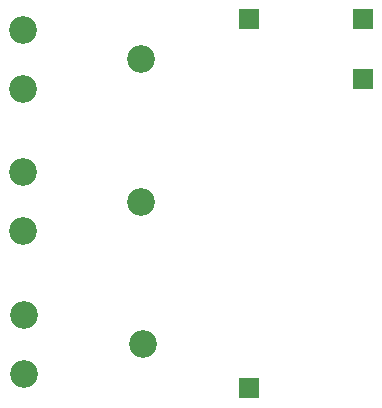
<source format=gbs>
G04 #@! TF.GenerationSoftware,KiCad,Pcbnew,6.0.2-378541a8eb~116~ubuntu21.10.1*
G04 #@! TF.CreationDate,2022-03-03T13:54:26+01:00*
G04 #@! TF.ProjectId,test,74657374-2e6b-4696-9361-645f70636258,rev?*
G04 #@! TF.SameCoordinates,Original*
G04 #@! TF.FileFunction,Soldermask,Bot*
G04 #@! TF.FilePolarity,Negative*
%FSLAX46Y46*%
G04 Gerber Fmt 4.6, Leading zero omitted, Abs format (unit mm)*
G04 Created by KiCad (PCBNEW 6.0.2-378541a8eb~116~ubuntu21.10.1) date 2022-03-03 13:54:26*
%MOMM*%
%LPD*%
G01*
G04 APERTURE LIST*
%ADD10R,1.700000X1.700000*%
%ADD11C,2.340000*%
G04 APERTURE END LIST*
D10*
G04 #@! TO.C,OUT1*
X137160000Y-111760000D03*
G04 #@! TD*
G04 #@! TO.C,GND1*
X146812000Y-80518000D03*
G04 #@! TD*
G04 #@! TO.C,5V1*
X146812000Y-85598000D03*
G04 #@! TD*
G04 #@! TO.C,IN1*
X137160000Y-80518000D03*
G04 #@! TD*
D11*
G04 #@! TO.C,RV2*
X117983000Y-81407000D03*
X128000000Y-83907000D03*
X117983000Y-86407000D03*
G04 #@! TD*
G04 #@! TO.C,RV3*
X118110000Y-105537000D03*
X128110000Y-108037000D03*
X118110000Y-110537000D03*
G04 #@! TD*
G04 #@! TO.C,RV1*
X118000000Y-93472000D03*
X128000000Y-95972000D03*
X118000000Y-98472000D03*
G04 #@! TD*
M02*

</source>
